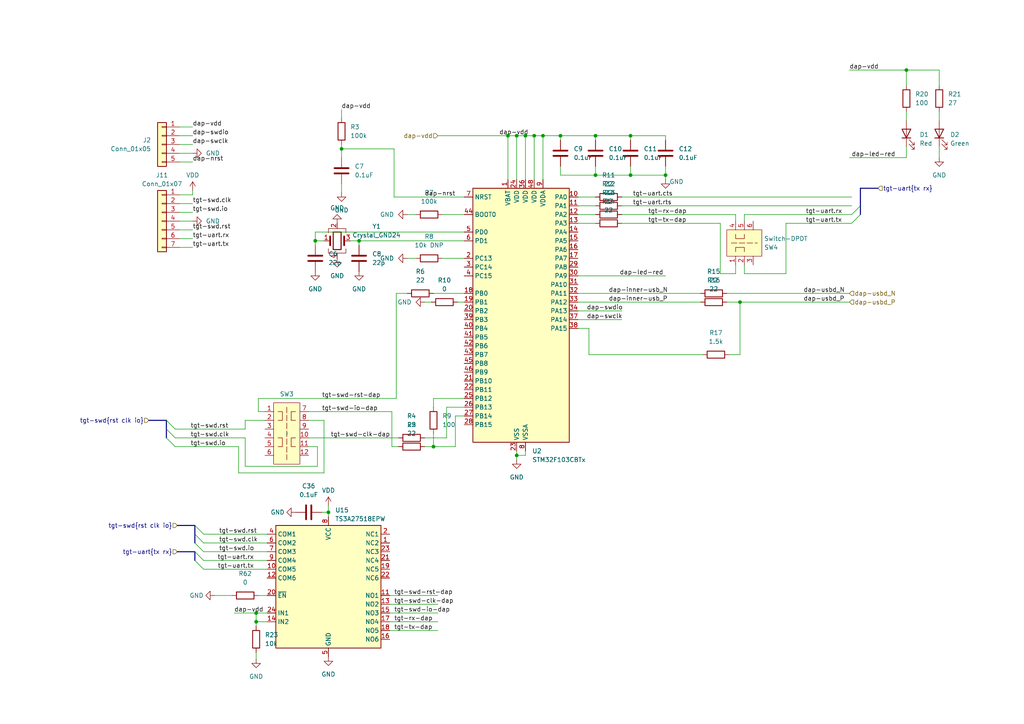
<source format=kicad_sch>
(kicad_sch (version 20230121) (generator eeschema)
  (paper "A4")
  (lib_symbols
    (symbol "Analog_Switch:TS3A27518EPW"
      (property "Reference" "U" (at -13.97 19.05 0))
      (property "Value" "TS3A27518EPW" (at 8.89 19.05 0))
      (symbol "TS3A27518EPW_0_1"
        (rectangle (start 15.24 -17.78) (end -15.24 17.78) (stroke (width 0.254)) (fill (type background)))
      )
      (symbol "TS3A27518EPW_1_1"
        (pin bidirectional line (at 17.78 12.7 180) (length 2.54) (name "NC2") (number "1"))
        (pin bidirectional line (at -17.78 5.08 0) (length 2.54) (name "COM5") (number "10"))
        (pin bidirectional line (at 17.78 -2.54 180) (length 2.54) (name "NO1") (number "11"))
        (pin bidirectional line (at -17.78 2.54 0) (length 2.54) (name "COM6") (number "12"))
        (pin bidirectional line (at 17.78 -5.08 180) (length 2.54) (name "NO2") (number "13"))
        (pin input line (at -17.78 -10.16 0) (length 2.54) (name "IN2") (number "14"))
        (pin bidirectional line (at 17.78 -7.62 180) (length 2.54) (name "NO3") (number "15"))
        (pin bidirectional line (at 17.78 -15.24 180) (length 2.54) (name "NO6") (number "16"))
        (pin bidirectional line (at 17.78 -10.16 180) (length 2.54) (name "NO4") (number "17"))
        (pin bidirectional line (at 17.78 -12.7 180) (length 2.54) (name "NO5") (number "18"))
        (pin bidirectional line (at 17.78 5.08 180) (length 2.54) (name "NC5") (number "19"))
        (pin bidirectional line (at 17.78 15.24 180) (length 2.54) (name "NC1") (number "2"))
        (pin input line (at -17.78 -2.54 0) (length 2.54) (name "~{EN}") (number "20"))
        (pin bidirectional line (at 17.78 7.62 180) (length 2.54) (name "NC4") (number "21"))
        (pin bidirectional line (at 17.78 2.54 180) (length 2.54) (name "NC6") (number "22"))
        (pin bidirectional line (at 17.78 10.16 180) (length 2.54) (name "NC3") (number "23"))
        (pin input line (at -17.78 -7.62 0) (length 2.54) (name "IN1") (number "24"))
        (pin no_connect line (at -15.24 -15.24 0) (length 2.54) hide (name "N.C.") (number "3"))
        (pin bidirectional line (at -17.78 15.24 0) (length 2.54) (name "COM1") (number "4"))
        (pin power_in line (at 0 -20.32 90) (length 2.54) (name "GND") (number "5"))
        (pin bidirectional line (at -17.78 12.7 0) (length 2.54) (name "COM2") (number "6"))
        (pin bidirectional line (at -17.78 10.16 0) (length 2.54) (name "COM3") (number "7"))
        (pin power_in line (at 0 20.32 270) (length 2.54) (name "VCC") (number "8"))
        (pin bidirectional line (at -17.78 7.62 0) (length 2.54) (name "COM4") (number "9"))
      )
    )
    (symbol "Connector_Generic:Conn_01x05" (pin_names (offset 1.016) hide)
      (property "Reference" "J" (at 0 7.62 0))
      (property "Value" "Conn_01x05" (at 0 -7.62 0))
      (symbol "Conn_01x05_1_1"
        (rectangle (start -1.27 -4.953) (end 0 -5.207) (stroke (width 0.1524)))
        (rectangle (start -1.27 -2.413) (end 0 -2.667) (stroke (width 0.1524)))
        (rectangle (start -1.27 0.127) (end 0 -0.127) (stroke (width 0.1524)))
        (rectangle (start -1.27 2.667) (end 0 2.413) (stroke (width 0.1524)))
        (rectangle (start -1.27 5.207) (end 0 4.953) (stroke (width 0.1524)))
        (rectangle (start -1.27 6.35) (end 1.27 -6.35) (stroke (width 0.254)) (fill (type background)))
        (pin passive line (at -5.08 5.08 0) (length 3.81) (name "Pin_1") (number "1"))
        (pin passive line (at -5.08 2.54 0) (length 3.81) (name "Pin_2") (number "2"))
        (pin passive line (at -5.08 0 0) (length 3.81) (name "Pin_3") (number "3"))
        (pin passive line (at -5.08 -2.54 0) (length 3.81) (name "Pin_4") (number "4"))
        (pin passive line (at -5.08 -5.08 0) (length 3.81) (name "Pin_5") (number "5"))
      )
    )
    (symbol "Connector_Generic:Conn_01x07" (pin_names (offset 1.016) hide)
      (property "Reference" "J" (at 0 10.16 0))
      (property "Value" "Conn_01x07" (at 0 -10.16 0))
      (symbol "Conn_01x07_1_1"
        (rectangle (start -1.27 -7.493) (end 0 -7.747) (stroke (width 0.1524)))
        (rectangle (start -1.27 -4.953) (end 0 -5.207) (stroke (width 0.1524)))
        (rectangle (start -1.27 -2.413) (end 0 -2.667) (stroke (width 0.1524)))
        (rectangle (start -1.27 0.127) (end 0 -0.127) (stroke (width 0.1524)))
        (rectangle (start -1.27 2.667) (end 0 2.413) (stroke (width 0.1524)))
        (rectangle (start -1.27 5.207) (end 0 4.953) (stroke (width 0.1524)))
        (rectangle (start -1.27 7.747) (end 0 7.493) (stroke (width 0.1524)))
        (rectangle (start -1.27 8.89) (end 1.27 -8.89) (stroke (width 0.254)) (fill (type background)))
        (pin passive line (at -5.08 7.62 0) (length 3.81) (name "Pin_1") (number "1"))
        (pin passive line (at -5.08 5.08 0) (length 3.81) (name "Pin_2") (number "2"))
        (pin passive line (at -5.08 2.54 0) (length 3.81) (name "Pin_3") (number "3"))
        (pin passive line (at -5.08 0 0) (length 3.81) (name "Pin_4") (number "4"))
        (pin passive line (at -5.08 -2.54 0) (length 3.81) (name "Pin_5") (number "5"))
        (pin passive line (at -5.08 -5.08 0) (length 3.81) (name "Pin_6") (number "6"))
        (pin passive line (at -5.08 -7.62 0) (length 3.81) (name "Pin_7") (number "7"))
      )
    )
    (symbol "Device:C" (pin_numbers hide) (pin_names (offset 0.254))
      (property "Reference" "C" (at 0.635 2.54 0))
      (property "Value" "C" (at 0.635 -2.54 0))
      (symbol "C_0_1"
        (polyline (pts (xy -2.032 -0.762) (xy 2.032 -0.762)) (stroke (width 0.508)))
        (polyline (pts (xy -2.032 0.762) (xy 2.032 0.762)) (stroke (width 0.508)))
      )
      (symbol "C_1_1"
        (pin passive line (at 0 3.81 270) (length 2.794) (name "~") (number "1"))
        (pin passive line (at 0 -3.81 90) (length 2.794) (name "~") (number "2"))
      )
    )
    (symbol "Device:Crystal_GND24" (pin_names (offset 1.016) hide)
      (property "Reference" "Y" (at 3.175 5.08 0))
      (property "Value" "Crystal_GND24" (at 3.175 3.175 0))
      (symbol "Crystal_GND24_0_1"
        (rectangle (start -1.143 2.54) (end 1.143 -2.54) (stroke (width 0.3048)))
        (polyline (pts (xy -2.54 0) (xy -2.032 0)))
        (polyline (pts (xy -2.032 -1.27) (xy -2.032 1.27)) (stroke (width 0.508)))
        (polyline (pts (xy 0 -3.81) (xy 0 -3.556)))
        (polyline (pts (xy 0 3.556) (xy 0 3.81)))
        (polyline (pts (xy 2.032 -1.27) (xy 2.032 1.27)) (stroke (width 0.508)))
        (polyline (pts (xy 2.032 0) (xy 2.54 0)))
        (polyline (pts (xy -2.54 -2.286) (xy -2.54 -3.556) (xy 2.54 -3.556) (xy 2.54 -2.286)))
        (polyline (pts (xy -2.54 2.286) (xy -2.54 3.556) (xy 2.54 3.556) (xy 2.54 2.286)))
      )
      (symbol "Crystal_GND24_1_1"
        (pin passive line (at -3.81 0 0) (length 1.27) (name "1") (number "1"))
        (pin passive line (at 0 5.08 270) (length 1.27) (name "2") (number "2"))
        (pin passive line (at 3.81 0 180) (length 1.27) (name "3") (number "3"))
        (pin passive line (at 0 -5.08 90) (length 1.27) (name "4") (number "4"))
      )
    )
    (symbol "Device:LED" (pin_numbers hide) (pin_names (offset 1.016) hide)
      (property "Reference" "D" (at 0 2.54 0))
      (property "Value" "LED" (at 0 -2.54 0))
      (symbol "LED_0_1"
        (polyline (pts (xy -1.27 -1.27) (xy -1.27 1.27)) (stroke (width 0.254)))
        (polyline (pts (xy -1.27 0) (xy 1.27 0)))
        (polyline (pts (xy 1.27 -1.27) (xy 1.27 1.27) (xy -1.27 0) (xy 1.27 -1.27)) (stroke (width 0.254)))
        (polyline (pts (xy -3.048 -0.762) (xy -4.572 -2.286) (xy -3.81 -2.286) (xy -4.572 -2.286) (xy -4.572 -1.524)))
        (polyline (pts (xy -1.778 -0.762) (xy -3.302 -2.286) (xy -2.54 -2.286) (xy -3.302 -2.286) (xy -3.302 -1.524)))
      )
      (symbol "LED_1_1"
        (pin passive line (at -3.81 0 0) (length 2.54) (name "K") (number "1"))
        (pin passive line (at 3.81 0 180) (length 2.54) (name "A") (number "2"))
      )
    )
    (symbol "Device:R" (pin_numbers hide) (pin_names (offset 0))
      (property "Reference" "R" (at 2.032 0 90))
      (property "Value" "R" (at 0 0 90))
      (symbol "R_0_1"
        (rectangle (start -1.016 -2.54) (end 1.016 2.54) (stroke (width 0.254)))
      )
      (symbol "R_1_1"
        (pin passive line (at 0 3.81 270) (length 1.27) (name "~") (number "1"))
        (pin passive line (at 0 -3.81 90) (length 1.27) (name "~") (number "2"))
      )
    )
    (symbol "Fan-switch:Switch-4PDT"
      (property "Reference" "SW" (at -10.16 0 90))
      (symbol "Switch-4PDT_0_1"
        (polyline (pts (xy -6.35 -2.54) (xy -6.35 -1.27) (xy -3.81 -1.27) (xy -3.81 -2.54)))
        (polyline (pts (xy -6.35 2.54) (xy -6.35 1.27) (xy -3.81 1.27) (xy -3.81 2.54)))
        (polyline (pts (xy 1.27 -2.54) (xy 1.27 -1.27) (xy 3.81 -1.27) (xy 3.81 -2.54)))
        (polyline (pts (xy 1.27 2.54) (xy 1.27 1.27) (xy 3.81 1.27) (xy 3.81 2.54)))
      )
      (symbol "Switch-4PDT_1_1"
        (rectangle (start -8.89 3.81) (end 8.89 -3.81) (fill (type background)))
        (polyline (pts (xy -7.62 0) (xy 7.62 0)) (stroke (width 0) (type dash)))
        (pin input line (at -6.35 6.35 270) (length 2.54) (name "") (number "1"))
        (pin input line (at 1.27 -6.35 90) (length 2.54) (name "") (number "10"))
        (pin input line (at 3.81 -6.35 90) (length 2.54) (name "") (number "11"))
        (pin input line (at 6.35 -6.35 90) (length 2.54) (name "") (number "12"))
        (pin input line (at -3.81 6.35 270) (length 2.54) (name "") (number "2"))
        (pin input line (at -1.27 6.35 270) (length 2.54) (name "") (number "3"))
        (pin input line (at 1.27 6.35 270) (length 2.54) (name "") (number "4"))
        (pin input line (at 3.81 6.35 270) (length 2.54) (name "") (number "5"))
        (pin input line (at 6.35 6.35 270) (length 2.54) (name "") (number "6"))
        (pin input line (at -6.35 -6.35 90) (length 2.54) (name "") (number "7"))
        (pin input line (at -3.81 -6.35 90) (length 2.54) (name "") (number "8"))
        (pin input line (at -1.27 -6.35 90) (length 2.54) (name "") (number "9"))
      )
    )
    (symbol "Fan-switch:Switch-DPDT"
      (property "Reference" "SW" (at -6.35 0 90))
      (property "Value" "Switch-DPDT" (at 0 -10.16 0))
      (symbol "Switch-DPDT_0_1"
        (polyline (pts (xy -2.54 2.54) (xy -2.54 1.27) (xy 0 1.27) (xy 0 2.54)))
        (polyline (pts (xy 0 -2.54) (xy 0 -1.27) (xy -2.54 -1.27) (xy -2.54 -2.54)))
      )
      (symbol "Switch-DPDT_1_1"
        (rectangle (start -5.08 3.81) (end 5.08 -3.81) (fill (type background)))
        (polyline (pts (xy -3.81 0) (xy 3.81 0)) (stroke (width 0) (type dash)))
        (pin input line (at -2.54 6.35 270) (length 2.54) (name "") (number "1"))
        (pin input line (at 0 6.35 270) (length 2.54) (name "") (number "2"))
        (pin input line (at 2.54 6.35 270) (length 2.54) (name "") (number "3"))
        (pin input line (at -2.54 -6.35 90) (length 2.54) (name "") (number "4"))
        (pin input line (at 0 -6.35 90) (length 2.54) (name "") (number "5"))
        (pin input line (at 2.54 -6.35 90) (length 2.54) (name "") (number "6"))
      )
    )
    (symbol "MCU_ST_STM32F1:STM32F103CBTx"
      (property "Reference" "U" (at -12.7 39.37 0))
      (property "Value" "STM32F103CBTx" (at 10.16 39.37 0))
      (symbol "STM32F103CBTx_0_1"
        (rectangle (start -12.7 -35.56) (end 15.24 38.1) (stroke (width 0.254)) (fill (type background)))
      )
      (symbol "STM32F103CBTx_1_1"
        (pin power_in line (at -2.54 40.64 270) (length 2.54) (name "VBAT") (number "1"))
        (pin bidirectional line (at 17.78 35.56 180) (length 2.54) (name "PA0") (number "10"))
        (pin bidirectional line (at 17.78 33.02 180) (length 2.54) (name "PA1") (number "11"))
        (pin bidirectional line (at 17.78 30.48 180) (length 2.54) (name "PA2") (number "12"))
        (pin bidirectional line (at 17.78 27.94 180) (length 2.54) (name "PA3") (number "13"))
        (pin bidirectional line (at 17.78 25.4 180) (length 2.54) (name "PA4") (number "14"))
        (pin bidirectional line (at 17.78 22.86 180) (length 2.54) (name "PA5") (number "15"))
        (pin bidirectional line (at 17.78 20.32 180) (length 2.54) (name "PA6") (number "16"))
        (pin bidirectional line (at 17.78 17.78 180) (length 2.54) (name "PA7") (number "17"))
        (pin bidirectional line (at -15.24 7.62 0) (length 2.54) (name "PB0") (number "18"))
        (pin bidirectional line (at -15.24 5.08 0) (length 2.54) (name "PB1") (number "19"))
        (pin bidirectional line (at -15.24 17.78 0) (length 2.54) (name "PC13") (number "2"))
        (pin bidirectional line (at -15.24 2.54 0) (length 2.54) (name "PB2") (number "20"))
        (pin bidirectional line (at -15.24 -17.78 0) (length 2.54) (name "PB10") (number "21"))
        (pin bidirectional line (at -15.24 -20.32 0) (length 2.54) (name "PB11") (number "22"))
        (pin power_in line (at 0 -38.1 90) (length 2.54) (name "VSS") (number "23"))
        (pin power_in line (at 0 40.64 270) (length 2.54) (name "VDD") (number "24"))
        (pin bidirectional line (at -15.24 -22.86 0) (length 2.54) (name "PB12") (number "25"))
        (pin bidirectional line (at -15.24 -25.4 0) (length 2.54) (name "PB13") (number "26"))
        (pin bidirectional line (at -15.24 -27.94 0) (length 2.54) (name "PB14") (number "27"))
        (pin bidirectional line (at -15.24 -30.48 0) (length 2.54) (name "PB15") (number "28"))
        (pin bidirectional line (at 17.78 15.24 180) (length 2.54) (name "PA8") (number "29"))
        (pin bidirectional line (at -15.24 15.24 0) (length 2.54) (name "PC14") (number "3"))
        (pin bidirectional line (at 17.78 12.7 180) (length 2.54) (name "PA9") (number "30"))
        (pin bidirectional line (at 17.78 10.16 180) (length 2.54) (name "PA10") (number "31"))
        (pin bidirectional line (at 17.78 7.62 180) (length 2.54) (name "PA11") (number "32"))
        (pin bidirectional line (at 17.78 5.08 180) (length 2.54) (name "PA12") (number "33"))
        (pin bidirectional line (at 17.78 2.54 180) (length 2.54) (name "PA13") (number "34"))
        (pin passive line (at 0 -38.1 90) (length 2.54) hide (name "VSS") (number "35"))
        (pin power_in line (at 2.54 40.64 270) (length 2.54) (name "VDD") (number "36"))
        (pin bidirectional line (at 17.78 0 180) (length 2.54) (name "PA14") (number "37"))
        (pin bidirectional line (at 17.78 -2.54 180) (length 2.54) (name "PA15") (number "38"))
        (pin bidirectional line (at -15.24 0 0) (length 2.54) (name "PB3") (number "39"))
        (pin bidirectional line (at -15.24 12.7 0) (length 2.54) (name "PC15") (number "4"))
        (pin bidirectional line (at -15.24 -2.54 0) (length 2.54) (name "PB4") (number "40"))
        (pin bidirectional line (at -15.24 -5.08 0) (length 2.54) (name "PB5") (number "41"))
        (pin bidirectional line (at -15.24 -7.62 0) (length 2.54) (name "PB6") (number "42"))
        (pin bidirectional line (at -15.24 -10.16 0) (length 2.54) (name "PB7") (number "43"))
        (pin input line (at -15.24 30.48 0) (length 2.54) (name "BOOT0") (number "44"))
        (pin bidirectional line (at -15.24 -12.7 0) (length 2.54) (name "PB8") (number "45"))
        (pin bidirectional line (at -15.24 -15.24 0) (length 2.54) (name "PB9") (number "46"))
        (pin passive line (at 0 -38.1 90) (length 2.54) hide (name "VSS") (number "47"))
        (pin power_in line (at 5.08 40.64 270) (length 2.54) (name "VDD") (number "48"))
        (pin bidirectional line (at -15.24 25.4 0) (length 2.54) (name "PD0") (number "5"))
        (pin bidirectional line (at -15.24 22.86 0) (length 2.54) (name "PD1") (number "6"))
        (pin input line (at -15.24 35.56 0) (length 2.54) (name "NRST") (number "7"))
        (pin power_in line (at 2.54 -38.1 90) (length 2.54) (name "VSSA") (number "8"))
        (pin power_in line (at 7.62 40.64 270) (length 2.54) (name "VDDA") (number "9"))
      )
    )
    (symbol "power:GND" (power) (pin_names (offset 0))
      (property "Value" "GND" (at 0 -3.81 0))
      (symbol "GND_0_1"
        (polyline (pts (xy 0 0) (xy 0 -1.27) (xy 1.27 -1.27) (xy 0 -2.54) (xy -1.27 -1.27) (xy 0 -1.27)))
      )
      (symbol "GND_1_1"
        (pin power_in line (at 0 0 270) (length 0) hide (name "GND") (number "1"))
      )
    )
    (symbol "power:VDD" (power) (pin_names (offset 0))
      (property "Value" "VDD" (at 0 3.81 0))
      (symbol "VDD_0_1"
        (polyline (pts (xy -0.762 1.27) (xy 0 2.54)))
        (polyline (pts (xy 0 0) (xy 0 2.54)))
        (polyline (pts (xy 0 2.54) (xy 0.762 1.27)))
      )
      (symbol "VDD_1_1"
        (pin power_in line (at 0 0 90) (length 0) hide (name "VDD") (number "1"))
      )
    )
  )
  (junction (at 262.89 20.32))
  (junction (at 125.73 129.54))
  (junction (at 154.94 39.37))
  (junction (at 172.72 39.37))
  (junction (at 172.72 50.8))
  (junction (at 74.295 177.8))
  (junction (at 193.04 50.8))
  (junction (at 95.25 148.59))
  (junction (at 182.88 50.8))
  (junction (at 152.4 39.37))
  (junction (at 182.88 39.37))
  (junction (at 157.48 39.37))
  (junction (at 91.44 69.85))
  (junction (at 74.295 180.34))
  (junction (at 162.56 39.37))
  (junction (at 149.86 39.37))
  (junction (at 214.63 87.63))
  (junction (at 104.14 69.85))
  (junction (at 149.86 132.08))
  (junction (at 99.06 43.18))
  (junction (at 147.32 39.37))
  (bus_entry (at 249.555 62.23) (size -2.54 2.54))
  (bus_entry (at 50.8 129.54) (size -2.54 -2.54))
  (bus_entry (at 59.055 160.02) (size -2.54 -2.54))
  (bus_entry (at 59.055 154.94) (size -2.54 -2.54))
  (bus_entry (at 56.515 162.56) (size 2.54 2.54))
  (bus_entry (at 50.8 124.46) (size -2.54 -2.54))
  (bus_entry (at 59.055 157.48) (size -2.54 -2.54))
  (bus_entry (at 56.515 160.02) (size 2.54 2.54))
  (bus_entry (at 249.555 59.69) (size -2.54 2.54))
  (bus_entry (at 50.8 127) (size -2.54 -2.54))
  (wire (pts (xy 99.06 41.91) (xy 99.06 43.18)))
  (wire (pts (xy 180.34 57.15) (xy 247.015 57.15)))
  (wire (pts (xy 69.215 129.54) (xy 69.215 137.16)))
  (wire (pts (xy 132.715 87.63) (xy 134.62 87.63)))
  (bus (pts (xy 249.555 59.69) (xy 249.555 62.23)))
  (bus (pts (xy 48.26 127) (xy 48.26 124.46)))
  (wire (pts (xy 210.82 87.63) (xy 214.63 87.63)))
  (wire (pts (xy 113.665 129.54) (xy 115.57 129.54)))
  (wire (pts (xy 71.12 127) (xy 71.12 135.255)))
  (wire (pts (xy 50.8 127) (xy 71.12 127)))
  (wire (pts (xy 180.34 64.77) (xy 208.915 64.77)))
  (wire (pts (xy 92.075 135.255) (xy 92.075 129.54)))
  (wire (pts (xy 114.3 57.15) (xy 114.3 43.18)))
  (wire (pts (xy 76.835 119.38) (xy 74.93 119.38)))
  (wire (pts (xy 74.93 115.57) (xy 114.935 115.57)))
  (wire (pts (xy 182.88 40.64) (xy 182.88 39.37)))
  (bus (pts (xy 51.435 152.4) (xy 56.515 152.4)))
  (wire (pts (xy 59.055 162.56) (xy 77.47 162.56)))
  (wire (pts (xy 74.295 180.34) (xy 74.295 181.61)))
  (wire (pts (xy 71.12 121.92) (xy 76.835 121.92)))
  (wire (pts (xy 114.935 115.57) (xy 114.935 85.09)))
  (wire (pts (xy 77.47 172.72) (xy 74.93 172.72)))
  (wire (pts (xy 104.14 69.85) (xy 134.62 69.85)))
  (wire (pts (xy 114.935 85.09) (xy 118.11 85.09)))
  (wire (pts (xy 50.8 129.54) (xy 69.215 129.54)))
  (wire (pts (xy 214.63 102.87) (xy 214.63 87.63)))
  (wire (pts (xy 99.06 43.18) (xy 99.06 45.72)))
  (wire (pts (xy 52.07 59.055) (xy 55.88 59.055)))
  (wire (pts (xy 208.915 79.375) (xy 213.36 79.375)))
  (wire (pts (xy 129.54 118.11) (xy 134.62 118.11)))
  (wire (pts (xy 52.07 36.83) (xy 55.88 36.83)))
  (wire (pts (xy 157.48 52.07) (xy 157.48 39.37)))
  (wire (pts (xy 89.535 127) (xy 115.57 127)))
  (wire (pts (xy 118.11 62.23) (xy 120.65 62.23)))
  (bus (pts (xy 48.26 124.46) (xy 48.26 121.92)))
  (wire (pts (xy 262.89 20.32) (xy 272.415 20.32)))
  (wire (pts (xy 132.08 120.65) (xy 134.62 120.65)))
  (wire (pts (xy 71.12 121.92) (xy 71.12 124.46)))
  (wire (pts (xy 127 39.37) (xy 147.32 39.37)))
  (wire (pts (xy 123.19 87.63) (xy 125.095 87.63)))
  (wire (pts (xy 167.64 92.71) (xy 180.34 92.71)))
  (wire (pts (xy 262.89 24.765) (xy 262.89 20.32)))
  (wire (pts (xy 113.665 119.38) (xy 113.665 129.54)))
  (wire (pts (xy 71.12 135.255) (xy 92.075 135.255)))
  (wire (pts (xy 214.63 87.63) (xy 246.38 87.63)))
  (wire (pts (xy 152.4 132.08) (xy 149.86 132.08)))
  (wire (pts (xy 113.03 175.26) (xy 127 175.26)))
  (wire (pts (xy 272.415 42.545) (xy 272.415 45.72)))
  (wire (pts (xy 147.32 39.37) (xy 149.86 39.37)))
  (wire (pts (xy 125.73 118.11) (xy 125.73 115.57)))
  (wire (pts (xy 52.07 69.215) (xy 55.88 69.215)))
  (wire (pts (xy 180.34 59.69) (xy 247.015 59.69)))
  (wire (pts (xy 132.08 120.65) (xy 132.08 129.54)))
  (wire (pts (xy 77.47 177.8) (xy 74.295 177.8)))
  (wire (pts (xy 170.815 102.87) (xy 203.835 102.87)))
  (bus (pts (xy 56.515 160.02) (xy 51.435 160.02)))
  (wire (pts (xy 246.38 20.32) (xy 262.89 20.32)))
  (wire (pts (xy 262.89 42.545) (xy 262.89 45.72)))
  (wire (pts (xy 95.25 146.685) (xy 95.25 148.59)))
  (wire (pts (xy 104.14 69.85) (xy 104.14 71.12)))
  (bus (pts (xy 56.515 157.48) (xy 56.515 154.94)))
  (wire (pts (xy 227.965 64.77) (xy 227.965 79.375)))
  (wire (pts (xy 149.86 39.37) (xy 152.4 39.37)))
  (wire (pts (xy 113.03 177.8) (xy 127 177.8)))
  (wire (pts (xy 182.88 50.8) (xy 193.04 50.8)))
  (wire (pts (xy 157.48 39.37) (xy 154.94 39.37)))
  (wire (pts (xy 167.64 87.63) (xy 203.2 87.63)))
  (wire (pts (xy 167.64 80.01) (xy 193.04 80.01)))
  (wire (pts (xy 91.44 71.12) (xy 91.44 69.85)))
  (wire (pts (xy 74.295 191.135) (xy 74.295 189.23)))
  (wire (pts (xy 125.73 115.57) (xy 134.62 115.57)))
  (wire (pts (xy 246.38 45.72) (xy 262.89 45.72)))
  (wire (pts (xy 92.075 129.54) (xy 89.535 129.54)))
  (wire (pts (xy 213.36 64.135) (xy 213.36 62.23)))
  (wire (pts (xy 52.07 61.595) (xy 55.88 61.595)))
  (wire (pts (xy 172.72 40.64) (xy 172.72 39.37)))
  (wire (pts (xy 193.04 50.8) (xy 193.04 52.07)))
  (wire (pts (xy 272.415 24.765) (xy 272.415 20.32)))
  (wire (pts (xy 129.54 118.11) (xy 129.54 127)))
  (wire (pts (xy 193.04 40.64) (xy 193.04 39.37)))
  (wire (pts (xy 262.89 32.385) (xy 262.89 34.925)))
  (wire (pts (xy 272.415 32.385) (xy 272.415 34.925)))
  (wire (pts (xy 152.4 39.37) (xy 152.4 52.07)))
  (wire (pts (xy 114.3 57.15) (xy 134.62 57.15)))
  (wire (pts (xy 147.32 52.07) (xy 147.32 39.37)))
  (wire (pts (xy 167.64 57.15) (xy 172.72 57.15)))
  (wire (pts (xy 99.06 31.75) (xy 99.06 34.29)))
  (wire (pts (xy 247.015 64.77) (xy 227.965 64.77)))
  (bus (pts (xy 43.18 121.92) (xy 48.26 121.92)))
  (wire (pts (xy 59.055 154.94) (xy 77.47 154.94)))
  (wire (pts (xy 91.44 67.31) (xy 91.44 69.85)))
  (wire (pts (xy 213.36 62.23) (xy 180.34 62.23)))
  (wire (pts (xy 149.86 52.07) (xy 149.86 39.37)))
  (wire (pts (xy 114.3 43.18) (xy 99.06 43.18)))
  (wire (pts (xy 227.965 79.375) (xy 215.9 79.375)))
  (wire (pts (xy 215.9 62.23) (xy 215.9 64.135)))
  (bus (pts (xy 249.555 54.61) (xy 249.555 59.69)))
  (wire (pts (xy 210.82 85.09) (xy 246.38 85.09)))
  (wire (pts (xy 67.31 172.72) (xy 62.23 172.72)))
  (wire (pts (xy 74.295 177.8) (xy 74.295 180.34)))
  (wire (pts (xy 211.455 102.87) (xy 214.63 102.87)))
  (wire (pts (xy 74.295 180.34) (xy 77.47 180.34)))
  (wire (pts (xy 128.27 62.23) (xy 134.62 62.23)))
  (wire (pts (xy 118.11 74.93) (xy 120.65 74.93)))
  (wire (pts (xy 59.055 165.1) (xy 77.47 165.1)))
  (wire (pts (xy 172.72 48.26) (xy 172.72 50.8)))
  (wire (pts (xy 52.07 66.675) (xy 55.88 66.675)))
  (wire (pts (xy 91.44 69.85) (xy 93.98 69.85)))
  (wire (pts (xy 52.07 64.135) (xy 55.88 64.135)))
  (wire (pts (xy 182.88 48.26) (xy 182.88 50.8)))
  (wire (pts (xy 128.27 74.93) (xy 134.62 74.93)))
  (wire (pts (xy 152.4 130.81) (xy 152.4 132.08)))
  (wire (pts (xy 99.06 53.34) (xy 99.06 55.88)))
  (wire (pts (xy 113.03 172.72) (xy 127 172.72)))
  (wire (pts (xy 167.64 90.17) (xy 180.34 90.17)))
  (wire (pts (xy 52.07 44.45) (xy 55.88 44.45)))
  (wire (pts (xy 123.19 127) (xy 129.54 127)))
  (wire (pts (xy 52.07 46.99) (xy 55.88 46.99)))
  (wire (pts (xy 208.915 64.77) (xy 208.915 79.375)))
  (wire (pts (xy 134.62 67.31) (xy 91.44 67.31)))
  (wire (pts (xy 89.535 119.38) (xy 113.665 119.38)))
  (wire (pts (xy 247.015 62.23) (xy 215.9 62.23)))
  (wire (pts (xy 167.64 85.09) (xy 203.2 85.09)))
  (wire (pts (xy 154.94 39.37) (xy 152.4 39.37)))
  (wire (pts (xy 50.8 124.46) (xy 71.12 124.46)))
  (wire (pts (xy 154.94 52.07) (xy 154.94 39.37)))
  (wire (pts (xy 52.07 71.755) (xy 55.88 71.755)))
  (wire (pts (xy 167.64 62.23) (xy 172.72 62.23)))
  (wire (pts (xy 149.86 130.81) (xy 149.86 132.08)))
  (wire (pts (xy 213.36 76.835) (xy 213.36 79.375)))
  (wire (pts (xy 125.73 125.73) (xy 125.73 129.54)))
  (wire (pts (xy 55.88 55.245) (xy 55.88 56.515)))
  (wire (pts (xy 162.56 39.37) (xy 157.48 39.37)))
  (wire (pts (xy 167.64 95.25) (xy 170.815 95.25)))
  (wire (pts (xy 172.72 50.8) (xy 182.88 50.8)))
  (wire (pts (xy 193.04 48.26) (xy 193.04 50.8)))
  (wire (pts (xy 113.03 180.34) (xy 127 180.34)))
  (wire (pts (xy 125.73 85.09) (xy 134.62 85.09)))
  (wire (pts (xy 172.72 39.37) (xy 162.56 39.37)))
  (wire (pts (xy 193.04 39.37) (xy 182.88 39.37)))
  (wire (pts (xy 93.98 137.16) (xy 93.98 121.92)))
  (wire (pts (xy 167.64 59.69) (xy 172.72 59.69)))
  (wire (pts (xy 74.93 119.38) (xy 74.93 115.57)))
  (bus (pts (xy 249.555 54.61) (xy 254.635 54.61)))
  (wire (pts (xy 101.6 69.85) (xy 104.14 69.85)))
  (wire (pts (xy 67.945 177.8) (xy 74.295 177.8)))
  (wire (pts (xy 93.345 148.59) (xy 95.25 148.59)))
  (wire (pts (xy 162.56 50.8) (xy 172.72 50.8)))
  (wire (pts (xy 95.25 148.59) (xy 95.25 149.86)))
  (wire (pts (xy 162.56 40.64) (xy 162.56 39.37)))
  (wire (pts (xy 59.055 160.02) (xy 77.47 160.02)))
  (wire (pts (xy 149.86 132.08) (xy 149.86 133.35)))
  (wire (pts (xy 52.07 41.91) (xy 55.88 41.91)))
  (wire (pts (xy 52.07 56.515) (xy 55.88 56.515)))
  (wire (pts (xy 167.64 64.77) (xy 172.72 64.77)))
  (wire (pts (xy 182.88 39.37) (xy 172.72 39.37)))
  (wire (pts (xy 125.73 129.54) (xy 132.08 129.54)))
  (wire (pts (xy 93.98 121.92) (xy 89.535 121.92)))
  (wire (pts (xy 52.07 39.37) (xy 55.88 39.37)))
  (wire (pts (xy 59.055 157.48) (xy 77.47 157.48)))
  (bus (pts (xy 56.515 160.02) (xy 56.515 162.56)))
  (wire (pts (xy 162.56 48.26) (xy 162.56 50.8)))
  (wire (pts (xy 113.03 182.88) (xy 127 182.88)))
  (wire (pts (xy 215.9 79.375) (xy 215.9 76.835)))
  (wire (pts (xy 170.815 95.25) (xy 170.815 102.87)))
  (bus (pts (xy 56.515 154.94) (xy 56.515 152.4)))
  (wire (pts (xy 69.215 137.16) (xy 93.98 137.16)))
  (wire (pts (xy 123.19 129.54) (xy 125.73 129.54)))
  (label "dap-vdd" (at 99.06 31.75 0))
  (label "tgt-rx-dap" (at 114.3 180.34 0))
  (label "dap-usbd_N" (at 233.045 85.09 0))
  (label "dap-inner-usb_P" (at 176.53 87.63 0))
  (label "tgt-swd.io" (at 55.88 61.595 0))
  (label "tgt-swd.io" (at 63.5 160.02 0))
  (label "tgt-swd.rst" (at 63.5 154.94 0))
  (label "dap-swclk" (at 55.88 41.91 0))
  (label "tgt-uart.rts" (at 183.515 59.69 0))
  (label "dap-usbd_P" (at 233.045 87.63 0))
  (label "tgt-swd.clk" (at 55.88 59.055 0))
  (label "tgt-uart.tx" (at 73.66 165.1 180))
  (label "tgt-swd.clk" (at 63.5 157.48 0))
  (label "tgt-swd-clk-dap" (at 95.885 127 0))
  (label "dap-vdd" (at 144.78 39.37 0))
  (label "tgt-swd.rst" (at 55.88 66.675 0))
  (label "tgt-swd-io-dap" (at 114.3 177.8 0))
  (label "tgt-swd-clk-dap" (at 114.3 175.26 0))
  (label "dap-vdd" (at 55.88 36.83 0))
  (label "tgt-tx-dap" (at 114.3 182.88 0))
  (label "tgt-rx-dap" (at 187.96 62.23 0))
  (label "dap-vdd" (at 67.945 177.8 0))
  (label "dap-inner-usb_N" (at 176.53 85.09 0))
  (label "dap-swdio" (at 170.18 90.17 0))
  (label "tgt-swd-rst-dap" (at 114.3 172.72 0))
  (label "dap-led-red" (at 259.715 45.72 180))
  (label "dap-vdd" (at 246.38 20.32 0))
  (label "dap-swdio" (at 55.88 39.37 0))
  (label "tgt-uart.tx" (at 233.68 64.77 0))
  (label "dap-nrst" (at 123.19 57.15 0))
  (label "tgt-uart.cts" (at 183.515 57.15 0))
  (label "tgt-swd-rst-dap" (at 93.345 115.57 0))
  (label "tgt-swd.io" (at 55.245 129.54 0))
  (label "tgt-swd.rst" (at 55.245 124.46 0))
  (label "dap-led-red" (at 179.705 80.01 0))
  (label "tgt-uart.rx" (at 73.66 162.56 180))
  (label "dap-swclk" (at 170.18 92.71 0))
  (label "tgt-swd-io-dap" (at 93.345 119.38 0))
  (label "tgt-swd.clk" (at 55.245 127 0))
  (label "dap-nrst" (at 55.88 46.99 0))
  (label "tgt-uart.tx" (at 55.88 71.755 0))
  (label "tgt-uart.rx" (at 233.68 62.23 0))
  (label "tgt-tx-dap" (at 187.96 64.77 0))
  (label "tgt-uart.rx" (at 55.88 69.215 0))
  (hierarchical_label "tgt-swd{rst clk io}" (shape input) (at 51.435 152.4 180))
  (hierarchical_label "tgt-uart{tx rx}" (shape input) (at 254.635 54.61 0))
  (hierarchical_label "dap-vdd" (shape input) (at 127 39.37 180))
  (hierarchical_label "dap-usbd_N" (shape input) (at 246.38 85.09 0))
  (hierarchical_label "tgt-uart{tx rx}" (shape input) (at 51.435 160.02 180))
  (hierarchical_label "dap-usbd_P" (shape input) (at 246.38 87.63 0))
  (hierarchical_label "tgt-swd{rst clk io}" (shape input) (at 43.18 121.92 180))
  (symbol (lib_id "Device:R") (at 272.415 28.575 0) (unit 1)
    (property "Reference" "R21" (at 274.955 27.305 0) (effects (justify left)))
    (property "Value" "27" (at 274.955 29.845 0) (effects (justify left)))
    (property "Footprint" "Resistor_SMD:R_0402_1005Metric" (effects hide))
  )
  (symbol (lib_id "power:GND") (at 118.11 62.23 270) (unit 1)
    (property "Reference" "#PWR018" (effects hide))
    (property "Value" "GND" (at 114.3 62.23 90) (effects (justify right)))
  )
  (symbol (lib_id "power:GND") (at 74.295 191.135 0) (unit 1)
    (property "Reference" "#PWR066" (effects hide))
    (property "Value" "GND" (at 74.295 196.215 0))
  )
  (symbol (lib_id "power:VDD") (at 95.25 146.685 0) (unit 1)
    (property "Reference" "#PWR042" (effects hide))
    (property "Value" "VDD" (at 95.25 142.24 0))
    (instances (project "FreeBot_main_v1.1b" (path "" (reference "#PWR042") (unit 1)) (path "" (reference "#PWR075") (unit 1)) (path "" (reference "#PWR040") (unit 1))))
  )
  (symbol (lib_id "Device:C") (at 172.72 44.45 0) (unit 1)
    (property "Reference" "C10" (at 176.53 43.18 0) (effects (justify left)))
    (property "Value" "0.1uF" (at 176.53 45.72 0) (effects (justify left)))
    (property "Footprint" "Capacitor_SMD:C_0402_1005Metric" (effects hide))
  )
  (symbol (lib_id "Device:R") (at 207.645 102.87 90) (unit 1)
    (property "Reference" "R17" (at 207.645 96.52 90))
    (property "Value" "1.5k" (at 207.645 99.06 90))
    (property "Footprint" "Resistor_SMD:R_0402_1005Metric" (effects hide))
  )
  (symbol (lib_id "Connector_Generic:Conn_01x07") (at 46.99 64.135 0) (mirror y) (unit 1)
    (property "Reference" "J11" (at 46.99 50.8 0))
    (property "Value" "Conn_01x07" (at 46.99 53.34 0))
    (property "Footprint" "Connector_PinHeader_2.00mm:PinHeader_1x07_P2.00mm_Vertical" (effects hide))
  )
  (symbol (lib_id "MCU_ST_STM32F1:STM32F103CBTx") (at 149.86 92.71 0) (unit 1)
    (property "Reference" "U2" (at 154.3559 130.81 0) (effects (justify left)))
    (property "Value" "STM32F103CBTx" (at 154.3559 133.35 0) (effects (justify left)))
    (property "Footprint" "Package_QFP:LQFP-48_7x7mm_P0.5mm" (effects hide))
    (property "Datasheet" "https://www.st.com/resource/en/datasheet/stm32f103cb.pdf" (effects hide))
    (instances (project "FreeBot_main_v1.1b" (path "" (reference "U2") (unit 1)) (path "" (reference "U3") (unit 1))))
  )
  (symbol (lib_id "power:GND") (at 104.14 78.74 0) (unit 1)
    (property "Reference" "#PWR017" (effects hide))
    (property "Value" "GND" (at 104.14 83.82 0))
  )
  (symbol (lib_id "power:GND") (at 62.23 172.72 270) (unit 1)
    (property "Reference" "#PWR067" (effects hide))
    (property "Value" "GND" (at 59.055 172.72 90) (effects (justify right)))
  )
  (symbol (lib_id "Connector_Generic:Conn_01x05") (at 46.99 41.91 0) (mirror y) (unit 1)
    (property "Reference" "J2" (at 43.815 40.64 0) (effects (justify left)))
    (property "Value" "Conn_01x05" (at 43.815 43.18 0) (effects (justify left)))
    (property "Footprint" "Connector_PinHeader_2.54mm:PinHeader_1x05_P2.54mm_Vertical" (effects hide))
  )
  (symbol (lib_id "Fan-switch:Switch-4PDT") (at 83.185 125.73 90) (mirror x) (unit 1)
    (property "Reference" "SW3" (at 83.185 114.3 90))
    (property "Value" "~" (at 83.185 125.73 0))
    (property "Footprint" "Fan-switch:4PDT-K3-2268S-F1" (effects hide))
  )
  (symbol (lib_id "Device:C") (at 104.14 74.93 0) (unit 1)
    (property "Reference" "C8" (at 107.95 73.66 0) (effects (justify left)))
    (property "Value" "22p" (at 107.95 76.2 0) (effects (justify left)))
    (property "Footprint" "Capacitor_SMD:C_0402_1005Metric" (effects hide))
  )
  (symbol (lib_id "Device:C") (at 91.44 74.93 0) (unit 1)
    (property "Reference" "C6" (at 95.25 73.66 0) (effects (justify left)))
    (property "Value" "22p" (at 95.25 76.2 0) (effects (justify left)))
    (property "Footprint" "Capacitor_SMD:C_0402_1005Metric" (effects hide))
  )
  (symbol (lib_id "Fan-switch:Switch-DPDT") (at 215.9 70.485 0) (mirror x) (unit 1)
    (property "Reference" "SW4" (at 221.615 71.755 0) (effects (justify left)))
    (property "Value" "Switch-DPDT" (at 221.615 69.215 0) (effects (justify left)))
    (property "Footprint" "Fan-switch:DPDT-K3-2235S-F1" (effects hide))
  )
  (symbol (lib_id "Device:R") (at 124.46 62.23 270) (unit 1)
    (property "Reference" "R7" (at 124.46 55.88 90))
    (property "Value" "100k" (at 124.46 58.42 90))
    (property "Footprint" "Resistor_SMD:R_0402_1005Metric" (effects hide))
  )
  (symbol (lib_id "power:GND") (at 149.86 133.35 0) (unit 1)
    (property "Reference" "#PWR021" (effects hide))
    (property "Value" "GND" (at 149.86 138.43 0))
  )
  (symbol (lib_id "Device:C") (at 89.535 148.59 90) (unit 1)
    (property "Reference" "C36" (at 89.535 140.97 90))
    (property "Value" "0.1uF" (at 89.535 143.51 90))
    (property "Footprint" "Capacitor_SMD:C_0402_1005Metric" (effects hide))
  )
  (symbol (lib_id "power:GND") (at 118.11 74.93 270) (unit 1)
    (property "Reference" "#PWR019" (effects hide))
    (property "Value" "GND" (at 114.3 74.93 90) (effects (justify right)))
  )
  (symbol (lib_id "Device:LED") (at 272.415 38.735 90) (unit 1)
    (property "Reference" "D2" (at 275.59 39.0525 90) (effects (justify right)))
    (property "Value" "Green" (at 275.59 41.5925 90) (effects (justify right)))
    (property "Footprint" "LED_SMD:LED_0603_1608Metric" (effects hide))
  )
  (symbol (lib_id "Device:Crystal_GND24") (at 97.79 69.85 0) (unit 1)
    (property "Reference" "Y1" (at 109.22 65.6591 0))
    (property "Value" "Crystal_GND24" (at 109.22 68.1991 0))
    (property "Footprint" "Crystal:Crystal_SMD_3225-4Pin_3.2x2.5mm" (effects hide))
  )
  (symbol (lib_id "Device:R") (at 207.01 87.63 270) (unit 1)
    (property "Reference" "R16" (at 207.01 81.28 90))
    (property "Value" "22" (at 207.01 83.82 90))
    (property "Footprint" "Resistor_SMD:R_0402_1005Metric" (effects hide))
  )
  (symbol (lib_id "power:GND") (at 91.44 78.74 0) (unit 1)
    (property "Reference" "#PWR013" (effects hide))
    (property "Value" "GND" (at 91.44 83.82 0))
  )
  (symbol (lib_id "power:GND") (at 272.415 45.72 0) (unit 1)
    (property "Reference" "#PWR026" (effects hide))
    (property "Value" "GND" (at 272.415 50.8 0))
  )
  (symbol (lib_id "Device:C") (at 193.04 44.45 0) (unit 1)
    (property "Reference" "C12" (at 196.85 43.18 0) (effects (justify left)))
    (property "Value" "0.1uF" (at 196.85 45.72 0) (effects (justify left)))
    (property "Footprint" "Capacitor_SMD:C_0402_1005Metric" (effects hide))
  )
  (symbol (lib_id "Device:R") (at 176.53 64.77 90) (unit 1)
    (property "Reference" "R14" (at 176.53 58.42 90))
    (property "Value" "22" (at 176.53 60.96 90))
    (property "Footprint" "Resistor_SMD:R_0402_1005Metric" (effects hide))
  )
  (symbol (lib_id "Analog_Switch:TS3A27518EPW") (at 95.25 170.18 0) (unit 1)
    (property "Reference" "U15" (at 97.2059 147.955 0) (effects (justify left)))
    (property "Value" "TS3A27518EPW" (at 97.2059 150.495 0) (effects (justify left)))
    (property "Footprint" "Package_SO:TSSOP-24_4.4x7.8mm_P0.65mm" (effects hide))
    (property "Datasheet" "http://www.ti.com/lit/ds/symlink/ts3a27518e.pdf" (effects hide))
  )
  (symbol (lib_id "Device:R") (at 128.905 87.63 90) (unit 1)
    (property "Reference" "R10" (at 128.905 81.28 90))
    (property "Value" "0" (at 128.905 83.82 90))
    (property "Footprint" "Resistor_SMD:R_0402_1005Metric" (effects hide))
  )
  (symbol (lib_id "Device:R") (at 74.295 185.42 0) (unit 1)
    (property "Reference" "R23" (at 76.835 184.15 0) (effects (justify left)))
    (property "Value" "10k" (at 76.835 186.69 0) (effects (justify left)))
    (property "Footprint" "Resistor_SMD:R_0402_1005Metric" (effects hide))
  )
  (symbol (lib_id "power:GND") (at 55.88 64.135 90) (unit 1)
    (property "Reference" "#PWR025" (effects hide))
    (property "Value" "GND" (at 59.69 64.135 90) (effects (justify right)))
    (instances (project "FreeBot_main_v1.1b" (path "" (reference "#PWR025") (unit 1)) (path "" (reference "#PWR087") (unit 1))))
  )
  (symbol (lib_id "Device:R") (at 99.06 38.1 180) (unit 1)
    (property "Reference" "R3" (at 101.6 36.83 0) (effects (justify right)))
    (property "Value" "100k" (at 101.6 39.37 0) (effects (justify right)))
    (property "Footprint" "Resistor_SMD:R_0402_1005Metric" (effects hide))
  )
  (symbol (lib_id "power:GND") (at 97.79 64.77 180) (unit 1)
    (property "Reference" "#PWR014" (effects hide))
    (property "Value" "GND" (at 97.79 60.325 0))
  )
  (symbol (lib_id "power:GND") (at 55.88 44.45 90) (unit 1)
    (property "Reference" "#PWR025" (effects hide))
    (property "Value" "GND" (at 59.69 44.45 90) (effects (justify right)))
    (instances (project "FreeBot_main_v1.1b" (path "" (reference "#PWR025") (unit 1)) (path "" (reference "#PWR012") (unit 1))))
  )
  (symbol (lib_id "power:GND") (at 123.19 87.63 270) (unit 1)
    (property "Reference" "#PWR020" (effects hide))
    (property "Value" "GND" (at 119.38 87.63 90) (effects (justify right)))
  )
  (symbol (lib_id "power:GND") (at 97.79 74.93 0) (unit 1)
    (property "Reference" "#PWR015" (effects hide))
    (property "Value" "GND" (at 97.79 80.01 0))
  )
  (symbol (lib_id "Device:R") (at 125.73 121.92 180) (unit 1)
    (property "Reference" "R9" (at 128.27 120.65 0) (effects (justify right)))
    (property "Value" "100" (at 128.27 123.19 0) (effects (justify right)))
    (property "Footprint" "Resistor_SMD:R_0402_1005Metric" (effects hide))
  )
  (symbol (lib_id "Device:R") (at 121.92 85.09 90) (unit 1)
    (property "Reference" "R6" (at 121.92 78.74 90))
    (property "Value" "22" (at 121.92 81.28 90))
    (property "Footprint" "Resistor_SMD:R_0402_1005Metric" (effects hide))
  )
  (symbol (lib_id "Device:R") (at 176.53 62.23 90) (unit 1)
    (property "Reference" "R13" (at 176.53 55.88 90))
    (property "Value" "22" (at 176.53 58.42 90))
    (property "Footprint" "Resistor_SMD:R_0402_1005Metric" (effects hide))
  )
  (symbol (lib_id "power:VDD") (at 55.88 55.245 0) (unit 1)
    (property "Reference" "#PWR086" (effects hide))
    (property "Value" "VDD" (at 55.88 50.8 0))
  )
  (symbol (lib_id "Device:R") (at 262.89 28.575 0) (unit 1)
    (property "Reference" "R20" (at 265.43 27.305 0) (effects (justify left)))
    (property "Value" "100" (at 265.43 29.845 0) (effects (justify left)))
    (property "Footprint" "Resistor_SMD:R_0402_1005Metric" (effects hide))
  )
  (symbol (lib_id "Device:LED") (at 262.89 38.735 90) (unit 1)
    (property "Reference" "D1" (at 266.7 39.0525 90) (effects (justify right)))
    (property "Value" "Red" (at 266.7 41.5925 90) (effects (justify right)))
    (property "Footprint" "LED_SMD:LED_0603_1608Metric" (effects hide))
  )
  (symbol (lib_id "Device:R") (at 71.12 172.72 90) (unit 1)
    (property "Reference" "R62" (at 71.12 166.37 90))
    (property "Value" "0" (at 71.12 168.91 90))
    (property "Footprint" "Resistor_SMD:R_0402_1005Metric" (effects hide))
  )
  (symbol (lib_id "power:GND") (at 85.725 148.59 270) (unit 1)
    (property "Reference" "#PWR045" (effects hide))
    (property "Value" "GND" (at 82.55 148.59 90) (effects (justify right)))
  )
  (symbol (lib_id "power:GND") (at 99.06 55.88 0) (unit 1)
    (property "Reference" "#PWR016" (effects hide))
    (property "Value" "GND" (at 99.06 60.96 0))
  )
  (symbol (lib_id "power:GND") (at 95.25 190.5 0) (unit 1)
    (property "Reference" "#PWR039" (effects hide))
    (property "Value" "GND" (at 95.25 195.58 0))
  )
  (symbol (lib_id "Device:C") (at 162.56 44.45 0) (unit 1)
    (property "Reference" "C9" (at 166.37 43.18 0) (effects (justify left)))
    (property "Value" "0.1uF" (at 166.37 45.72 0) (effects (justify left)))
    (property "Footprint" "Capacitor_SMD:C_0402_1005Metric" (effects hide))
  )
  (symbol (lib_id "Device:R") (at 207.01 85.09 270) (unit 1)
    (property "Reference" "R15" (at 207.01 78.74 90))
    (property "Value" "22" (at 207.01 81.28 90))
    (property "Footprint" "Resistor_SMD:R_0402_1005Metric" (effects hide))
  )
  (symbol (lib_id "Device:R") (at 119.38 129.54 90) (unit 1)
    (property "Reference" "R5" (at 119.38 123.19 90))
    (property "Value" "22" (at 119.38 125.73 90))
    (property "Footprint" "Resistor_SMD:R_0402_1005Metric" (effects hide))
  )
  (symbol (lib_id "Device:R") (at 119.38 127 90) (unit 1)
    (property "Reference" "R4" (at 119.38 120.65 90))
    (property "Value" "22" (at 119.38 123.19 90))
    (property "Footprint" "Resistor_SMD:R_0402_1005Metric" (effects hide))
  )
  (symbol (lib_id "Device:R") (at 176.53 57.15 90) (unit 1)
    (property "Reference" "R11" (at 176.53 50.8 90))
    (property "Value" "22" (at 176.53 53.34 90))
    (property "Footprint" "Resistor_SMD:R_0402_1005Metric" (effects hide))
  )
  (symbol (lib_id "Device:R") (at 176.53 59.69 90) (unit 1)
    (property "Reference" "R12" (at 176.53 53.34 90))
    (property "Value" "22" (at 176.53 55.88 90))
    (property "Footprint" "Resistor_SMD:R_0402_1005Metric" (effects hide))
  )
  (symbol (lib_id "Device:C") (at 182.88 44.45 0) (unit 1)
    (property "Reference" "C11" (at 186.69 43.18 0) (effects (justify left)))
    (property "Value" "0.1uF" (at 186.69 45.72 0) (effects (justify left)))
    (property "Footprint" "Capacitor_SMD:C_0402_1005Metric" (effects hide))
  )
  (symbol (lib_id "Device:C") (at 99.06 49.53 0) (unit 1)
    (property "Reference" "C7" (at 102.87 48.26 0) (effects (justify left)))
    (property "Value" "0.1uF" (at 102.87 50.8 0) (effects (justify left)))
    (property "Footprint" "Capacitor_SMD:C_0402_1005Metric" (effects hide))
  )
  (symbol (lib_id "power:GND") (at 193.04 52.07 0) (unit 1)
    (property "Reference" "#PWR022" (effects hide))
    (property "Value" "GND" (at 196.215 52.705 0))
  )
  (symbol (lib_id "Device:R") (at 124.46 74.93 90) (unit 1)
    (property "Reference" "R8" (at 124.46 68.58 90))
    (property "Value" "10k DNP" (at 124.46 71.12 90))
    (property "Footprint" "Resistor_SMD:R_0402_1005Metric" (effects hide))
  )
)
</source>
